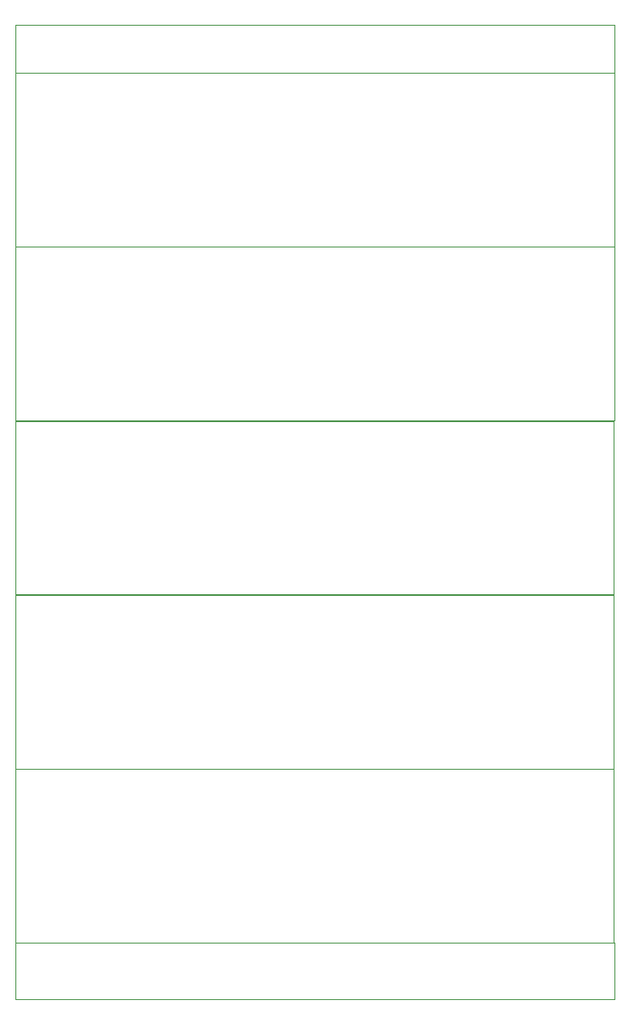
<source format=gbr>
%TF.GenerationSoftware,KiCad,Pcbnew,(6.0.1)*%
%TF.CreationDate,2022-05-22T10:13:31-05:00*%
%TF.ProjectId,modulo_tercera,6d6f6475-6c6f-45f7-9465-72636572612e,rev?*%
%TF.SameCoordinates,Original*%
%TF.FileFunction,Profile,NP*%
%FSLAX46Y46*%
G04 Gerber Fmt 4.6, Leading zero omitted, Abs format (unit mm)*
G04 Created by KiCad (PCBNEW (6.0.1)) date 2022-05-22 10:13:31*
%MOMM*%
%LPD*%
G01*
G04 APERTURE LIST*
%TA.AperFunction,Profile*%
%ADD10C,0.050000*%
%TD*%
G04 APERTURE END LIST*
D10*
X61645757Y-59385200D02*
X120878557Y-59385200D01*
X120878557Y-59385200D02*
X120878557Y-76555600D01*
X120878557Y-76555600D02*
X61645757Y-76555600D01*
X61645757Y-76555600D02*
X61645757Y-59385200D01*
X61645800Y-37436800D02*
X120878600Y-37436800D01*
X120878600Y-37436800D02*
X120878600Y-42164000D01*
X120878600Y-42164000D02*
X61645800Y-42164000D01*
X61645800Y-42164000D02*
X61645800Y-37436800D01*
X61620400Y-111048800D02*
X120853200Y-111048800D01*
X120853200Y-111048800D02*
X120853200Y-128219200D01*
X120853200Y-128219200D02*
X61620400Y-128219200D01*
X61620400Y-128219200D02*
X61620400Y-111048800D01*
X61620400Y-128219200D02*
X120878600Y-128219200D01*
X120878600Y-128219200D02*
X120878600Y-133810000D01*
X120878600Y-133810000D02*
X61620400Y-133810000D01*
X61620400Y-133810000D02*
X61620400Y-128219200D01*
X61620400Y-76607583D02*
X120853200Y-76607583D01*
X120853200Y-76607583D02*
X120853200Y-93777983D01*
X120853200Y-93777983D02*
X61620400Y-93777983D01*
X61620400Y-93777983D02*
X61620400Y-76607583D01*
X61620400Y-93827600D02*
X120853200Y-93827600D01*
X120853200Y-93827600D02*
X120853200Y-110998000D01*
X120853200Y-110998000D02*
X61620400Y-110998000D01*
X61620400Y-110998000D02*
X61620400Y-93827600D01*
X61645800Y-42164000D02*
X120878600Y-42164000D01*
X120878600Y-42164000D02*
X120878600Y-59334400D01*
X120878600Y-59334400D02*
X61645800Y-59334400D01*
X61645800Y-59334400D02*
X61645800Y-42164000D01*
M02*

</source>
